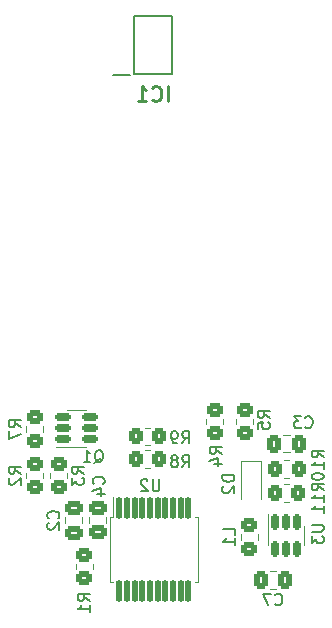
<source format=gbo>
G04 #@! TF.GenerationSoftware,KiCad,Pcbnew,6.0.10*
G04 #@! TF.CreationDate,2023-06-20T13:49:35-05:00*
G04 #@! TF.ProjectId,sensor_sigfox_2,73656e73-6f72-45f7-9369-67666f785f32,rev?*
G04 #@! TF.SameCoordinates,Original*
G04 #@! TF.FileFunction,Legend,Bot*
G04 #@! TF.FilePolarity,Positive*
%FSLAX46Y46*%
G04 Gerber Fmt 4.6, Leading zero omitted, Abs format (unit mm)*
G04 Created by KiCad (PCBNEW 6.0.10) date 2023-06-20 13:49:35*
%MOMM*%
%LPD*%
G01*
G04 APERTURE LIST*
G04 Aperture macros list*
%AMRoundRect*
0 Rectangle with rounded corners*
0 $1 Rounding radius*
0 $2 $3 $4 $5 $6 $7 $8 $9 X,Y pos of 4 corners*
0 Add a 4 corners polygon primitive as box body*
4,1,4,$2,$3,$4,$5,$6,$7,$8,$9,$2,$3,0*
0 Add four circle primitives for the rounded corners*
1,1,$1+$1,$2,$3*
1,1,$1+$1,$4,$5*
1,1,$1+$1,$6,$7*
1,1,$1+$1,$8,$9*
0 Add four rect primitives between the rounded corners*
20,1,$1+$1,$2,$3,$4,$5,0*
20,1,$1+$1,$4,$5,$6,$7,0*
20,1,$1+$1,$6,$7,$8,$9,0*
20,1,$1+$1,$8,$9,$2,$3,0*%
G04 Aperture macros list end*
%ADD10C,0.150000*%
%ADD11C,0.254000*%
%ADD12C,0.120000*%
%ADD13C,0.200000*%
%ADD14R,1.700000X1.700000*%
%ADD15O,1.700000X1.700000*%
%ADD16R,1.000000X1.000000*%
%ADD17RoundRect,0.150000X-0.150000X0.512500X-0.150000X-0.512500X0.150000X-0.512500X0.150000X0.512500X0*%
%ADD18RoundRect,0.250000X-0.450000X0.350000X-0.450000X-0.350000X0.450000X-0.350000X0.450000X0.350000X0*%
%ADD19RoundRect,0.250000X-0.350000X-0.450000X0.350000X-0.450000X0.350000X0.450000X-0.350000X0.450000X0*%
%ADD20RoundRect,0.250000X0.350000X0.450000X-0.350000X0.450000X-0.350000X-0.450000X0.350000X-0.450000X0*%
%ADD21R,1.500000X0.650000*%
%ADD22RoundRect,0.150000X-0.512500X-0.150000X0.512500X-0.150000X0.512500X0.150000X-0.512500X0.150000X0*%
%ADD23RoundRect,0.250000X-0.337500X-0.475000X0.337500X-0.475000X0.337500X0.475000X-0.337500X0.475000X0*%
%ADD24RoundRect,0.250000X-0.475000X0.337500X-0.475000X-0.337500X0.475000X-0.337500X0.475000X0.337500X0*%
%ADD25RoundRect,0.250000X0.337500X0.475000X-0.337500X0.475000X-0.337500X-0.475000X0.337500X-0.475000X0*%
%ADD26RoundRect,0.250000X0.450000X-0.350000X0.450000X0.350000X-0.450000X0.350000X-0.450000X-0.350000X0*%
%ADD27RoundRect,0.125000X-0.125000X0.825000X-0.125000X-0.825000X0.125000X-0.825000X0.125000X0.825000X0*%
%ADD28RoundRect,0.250000X-0.450000X0.325000X-0.450000X-0.325000X0.450000X-0.325000X0.450000X0.325000X0*%
G04 APERTURE END LIST*
D10*
X133603380Y-75296904D02*
X132603380Y-75296904D01*
X132603380Y-75535000D01*
X132651000Y-75677857D01*
X132746238Y-75773095D01*
X132841476Y-75820714D01*
X133031952Y-75868333D01*
X133174809Y-75868333D01*
X133365285Y-75820714D01*
X133460523Y-75773095D01*
X133555761Y-75677857D01*
X133603380Y-75535000D01*
X133603380Y-75296904D01*
X132698619Y-76249285D02*
X132651000Y-76296904D01*
X132603380Y-76392142D01*
X132603380Y-76630238D01*
X132651000Y-76725476D01*
X132698619Y-76773095D01*
X132793857Y-76820714D01*
X132889095Y-76820714D01*
X133031952Y-76773095D01*
X133603380Y-76201666D01*
X133603380Y-76820714D01*
X140168380Y-79502095D02*
X140977904Y-79502095D01*
X141073142Y-79549714D01*
X141120761Y-79597333D01*
X141168380Y-79692571D01*
X141168380Y-79883047D01*
X141120761Y-79978285D01*
X141073142Y-80025904D01*
X140977904Y-80073523D01*
X140168380Y-80073523D01*
X140168380Y-80454476D02*
X140168380Y-81073523D01*
X140549333Y-80740190D01*
X140549333Y-80883047D01*
X140596952Y-80978285D01*
X140644571Y-81025904D01*
X140739809Y-81073523D01*
X140977904Y-81073523D01*
X141073142Y-81025904D01*
X141120761Y-80978285D01*
X141168380Y-80883047D01*
X141168380Y-80597333D01*
X141120761Y-80502095D01*
X141073142Y-80454476D01*
X115515380Y-75160333D02*
X115039190Y-74827000D01*
X115515380Y-74588904D02*
X114515380Y-74588904D01*
X114515380Y-74969857D01*
X114563000Y-75065095D01*
X114610619Y-75112714D01*
X114705857Y-75160333D01*
X114848714Y-75160333D01*
X114943952Y-75112714D01*
X114991571Y-75065095D01*
X115039190Y-74969857D01*
X115039190Y-74588904D01*
X114610619Y-75541285D02*
X114563000Y-75588904D01*
X114515380Y-75684142D01*
X114515380Y-75922238D01*
X114563000Y-76017476D01*
X114610619Y-76065095D01*
X114705857Y-76112714D01*
X114801095Y-76112714D01*
X114943952Y-76065095D01*
X115515380Y-75493666D01*
X115515380Y-76112714D01*
X129198666Y-72588380D02*
X129532000Y-72112190D01*
X129770095Y-72588380D02*
X129770095Y-71588380D01*
X129389142Y-71588380D01*
X129293904Y-71636000D01*
X129246285Y-71683619D01*
X129198666Y-71778857D01*
X129198666Y-71921714D01*
X129246285Y-72016952D01*
X129293904Y-72064571D01*
X129389142Y-72112190D01*
X129770095Y-72112190D01*
X128722476Y-72588380D02*
X128532000Y-72588380D01*
X128436761Y-72540761D01*
X128389142Y-72493142D01*
X128293904Y-72350285D01*
X128246285Y-72159809D01*
X128246285Y-71778857D01*
X128293904Y-71683619D01*
X128341523Y-71636000D01*
X128436761Y-71588380D01*
X128627238Y-71588380D01*
X128722476Y-71636000D01*
X128770095Y-71683619D01*
X128817714Y-71778857D01*
X128817714Y-72016952D01*
X128770095Y-72112190D01*
X128722476Y-72159809D01*
X128627238Y-72207428D01*
X128436761Y-72207428D01*
X128341523Y-72159809D01*
X128293904Y-72112190D01*
X128246285Y-72016952D01*
X141168380Y-73779142D02*
X140692190Y-73445809D01*
X141168380Y-73207714D02*
X140168380Y-73207714D01*
X140168380Y-73588666D01*
X140216000Y-73683904D01*
X140263619Y-73731523D01*
X140358857Y-73779142D01*
X140501714Y-73779142D01*
X140596952Y-73731523D01*
X140644571Y-73683904D01*
X140692190Y-73588666D01*
X140692190Y-73207714D01*
X141168380Y-74731523D02*
X141168380Y-74160095D01*
X141168380Y-74445809D02*
X140168380Y-74445809D01*
X140311238Y-74350571D01*
X140406476Y-74255333D01*
X140454095Y-74160095D01*
X140168380Y-75350571D02*
X140168380Y-75445809D01*
X140216000Y-75541047D01*
X140263619Y-75588666D01*
X140358857Y-75636285D01*
X140549333Y-75683904D01*
X140787428Y-75683904D01*
X140977904Y-75636285D01*
X141073142Y-75588666D01*
X141120761Y-75541047D01*
X141168380Y-75445809D01*
X141168380Y-75350571D01*
X141120761Y-75255333D01*
X141073142Y-75207714D01*
X140977904Y-75160095D01*
X140787428Y-75112476D01*
X140549333Y-75112476D01*
X140358857Y-75160095D01*
X140263619Y-75207714D01*
X140216000Y-75255333D01*
X140168380Y-75350571D01*
D11*
X127985761Y-43627523D02*
X127985761Y-42357523D01*
X126655285Y-43506571D02*
X126715761Y-43567047D01*
X126897190Y-43627523D01*
X127018142Y-43627523D01*
X127199571Y-43567047D01*
X127320523Y-43446095D01*
X127381000Y-43325142D01*
X127441476Y-43083238D01*
X127441476Y-42901809D01*
X127381000Y-42659904D01*
X127320523Y-42538952D01*
X127199571Y-42418000D01*
X127018142Y-42357523D01*
X126897190Y-42357523D01*
X126715761Y-42418000D01*
X126655285Y-42478476D01*
X125445761Y-43627523D02*
X126171476Y-43627523D01*
X125808619Y-43627523D02*
X125808619Y-42357523D01*
X125929571Y-42538952D01*
X126050523Y-42659904D01*
X126171476Y-42720380D01*
D10*
X121761238Y-74260619D02*
X121856476Y-74213000D01*
X121951714Y-74117761D01*
X122094571Y-73974904D01*
X122189809Y-73927285D01*
X122285047Y-73927285D01*
X122237428Y-74165380D02*
X122332666Y-74117761D01*
X122427904Y-74022523D01*
X122475523Y-73832047D01*
X122475523Y-73498714D01*
X122427904Y-73308238D01*
X122332666Y-73213000D01*
X122237428Y-73165380D01*
X122046952Y-73165380D01*
X121951714Y-73213000D01*
X121856476Y-73308238D01*
X121808857Y-73498714D01*
X121808857Y-73832047D01*
X121856476Y-74022523D01*
X121951714Y-74117761D01*
X122046952Y-74165380D01*
X122237428Y-74165380D01*
X120856476Y-74165380D02*
X121427904Y-74165380D01*
X121142190Y-74165380D02*
X121142190Y-73165380D01*
X121237428Y-73308238D01*
X121332666Y-73403476D01*
X121427904Y-73451095D01*
X137051166Y-86220142D02*
X137098785Y-86267761D01*
X137241642Y-86315380D01*
X137336880Y-86315380D01*
X137479738Y-86267761D01*
X137574976Y-86172523D01*
X137622595Y-86077285D01*
X137670214Y-85886809D01*
X137670214Y-85743952D01*
X137622595Y-85553476D01*
X137574976Y-85458238D01*
X137479738Y-85363000D01*
X137336880Y-85315380D01*
X137241642Y-85315380D01*
X137098785Y-85363000D01*
X137051166Y-85410619D01*
X136717833Y-85315380D02*
X136051166Y-85315380D01*
X136479738Y-86315380D01*
X122531142Y-76033333D02*
X122578761Y-75985714D01*
X122626380Y-75842857D01*
X122626380Y-75747619D01*
X122578761Y-75604761D01*
X122483523Y-75509523D01*
X122388285Y-75461904D01*
X122197809Y-75414285D01*
X122054952Y-75414285D01*
X121864476Y-75461904D01*
X121769238Y-75509523D01*
X121674000Y-75604761D01*
X121626380Y-75747619D01*
X121626380Y-75842857D01*
X121674000Y-75985714D01*
X121721619Y-76033333D01*
X121959714Y-76890476D02*
X122626380Y-76890476D01*
X121578761Y-76652380D02*
X122293047Y-76414285D01*
X122293047Y-77033333D01*
X139612666Y-71223142D02*
X139660285Y-71270761D01*
X139803142Y-71318380D01*
X139898380Y-71318380D01*
X140041238Y-71270761D01*
X140136476Y-71175523D01*
X140184095Y-71080285D01*
X140231714Y-70889809D01*
X140231714Y-70746952D01*
X140184095Y-70556476D01*
X140136476Y-70461238D01*
X140041238Y-70366000D01*
X139898380Y-70318380D01*
X139803142Y-70318380D01*
X139660285Y-70366000D01*
X139612666Y-70413619D01*
X139279333Y-70318380D02*
X138660285Y-70318380D01*
X138993619Y-70699333D01*
X138850761Y-70699333D01*
X138755523Y-70746952D01*
X138707904Y-70794571D01*
X138660285Y-70889809D01*
X138660285Y-71127904D01*
X138707904Y-71223142D01*
X138755523Y-71270761D01*
X138850761Y-71318380D01*
X139136476Y-71318380D01*
X139231714Y-71270761D01*
X139279333Y-71223142D01*
X121356380Y-85939333D02*
X120880190Y-85606000D01*
X121356380Y-85367904D02*
X120356380Y-85367904D01*
X120356380Y-85748857D01*
X120404000Y-85844095D01*
X120451619Y-85891714D01*
X120546857Y-85939333D01*
X120689714Y-85939333D01*
X120784952Y-85891714D01*
X120832571Y-85844095D01*
X120880190Y-85748857D01*
X120880190Y-85367904D01*
X121356380Y-86891714D02*
X121356380Y-86320285D01*
X121356380Y-86606000D02*
X120356380Y-86606000D01*
X120499238Y-86510761D01*
X120594476Y-86415523D01*
X120642095Y-86320285D01*
X129198666Y-74620380D02*
X129532000Y-74144190D01*
X129770095Y-74620380D02*
X129770095Y-73620380D01*
X129389142Y-73620380D01*
X129293904Y-73668000D01*
X129246285Y-73715619D01*
X129198666Y-73810857D01*
X129198666Y-73953714D01*
X129246285Y-74048952D01*
X129293904Y-74096571D01*
X129389142Y-74144190D01*
X129770095Y-74144190D01*
X128627238Y-74048952D02*
X128722476Y-74001333D01*
X128770095Y-73953714D01*
X128817714Y-73858476D01*
X128817714Y-73810857D01*
X128770095Y-73715619D01*
X128722476Y-73668000D01*
X128627238Y-73620380D01*
X128436761Y-73620380D01*
X128341523Y-73668000D01*
X128293904Y-73715619D01*
X128246285Y-73810857D01*
X128246285Y-73858476D01*
X128293904Y-73953714D01*
X128341523Y-74001333D01*
X128436761Y-74048952D01*
X128627238Y-74048952D01*
X128722476Y-74096571D01*
X128770095Y-74144190D01*
X128817714Y-74239428D01*
X128817714Y-74429904D01*
X128770095Y-74525142D01*
X128722476Y-74572761D01*
X128627238Y-74620380D01*
X128436761Y-74620380D01*
X128341523Y-74572761D01*
X128293904Y-74525142D01*
X128246285Y-74429904D01*
X128246285Y-74239428D01*
X128293904Y-74144190D01*
X128341523Y-74096571D01*
X128436761Y-74048952D01*
X136596380Y-70445333D02*
X136120190Y-70112000D01*
X136596380Y-69873904D02*
X135596380Y-69873904D01*
X135596380Y-70254857D01*
X135644000Y-70350095D01*
X135691619Y-70397714D01*
X135786857Y-70445333D01*
X135929714Y-70445333D01*
X136024952Y-70397714D01*
X136072571Y-70350095D01*
X136120190Y-70254857D01*
X136120190Y-69873904D01*
X135596380Y-71350095D02*
X135596380Y-70873904D01*
X136072571Y-70826285D01*
X136024952Y-70873904D01*
X135977333Y-70969142D01*
X135977333Y-71207238D01*
X136024952Y-71302476D01*
X136072571Y-71350095D01*
X136167809Y-71397714D01*
X136405904Y-71397714D01*
X136501142Y-71350095D01*
X136548761Y-71302476D01*
X136596380Y-71207238D01*
X136596380Y-70969142D01*
X136548761Y-70873904D01*
X136501142Y-70826285D01*
X120847380Y-75160333D02*
X120371190Y-74827000D01*
X120847380Y-74588904D02*
X119847380Y-74588904D01*
X119847380Y-74969857D01*
X119895000Y-75065095D01*
X119942619Y-75112714D01*
X120037857Y-75160333D01*
X120180714Y-75160333D01*
X120275952Y-75112714D01*
X120323571Y-75065095D01*
X120371190Y-74969857D01*
X120371190Y-74588904D01*
X119847380Y-75493666D02*
X119847380Y-76112714D01*
X120228333Y-75779380D01*
X120228333Y-75922238D01*
X120275952Y-76017476D01*
X120323571Y-76065095D01*
X120418809Y-76112714D01*
X120656904Y-76112714D01*
X120752142Y-76065095D01*
X120799761Y-76017476D01*
X120847380Y-75922238D01*
X120847380Y-75636523D01*
X120799761Y-75541285D01*
X120752142Y-75493666D01*
X115514380Y-71223333D02*
X115038190Y-70890000D01*
X115514380Y-70651904D02*
X114514380Y-70651904D01*
X114514380Y-71032857D01*
X114562000Y-71128095D01*
X114609619Y-71175714D01*
X114704857Y-71223333D01*
X114847714Y-71223333D01*
X114942952Y-71175714D01*
X114990571Y-71128095D01*
X115038190Y-71032857D01*
X115038190Y-70651904D01*
X114514380Y-71556666D02*
X114514380Y-72223333D01*
X115514380Y-71794761D01*
X132532380Y-73493333D02*
X132056190Y-73160000D01*
X132532380Y-72921904D02*
X131532380Y-72921904D01*
X131532380Y-73302857D01*
X131580000Y-73398095D01*
X131627619Y-73445714D01*
X131722857Y-73493333D01*
X131865714Y-73493333D01*
X131960952Y-73445714D01*
X132008571Y-73398095D01*
X132056190Y-73302857D01*
X132056190Y-72921904D01*
X131865714Y-74350476D02*
X132532380Y-74350476D01*
X131484761Y-74112380D02*
X132199047Y-73874285D01*
X132199047Y-74493333D01*
X127253904Y-75652380D02*
X127253904Y-76461904D01*
X127206285Y-76557142D01*
X127158666Y-76604761D01*
X127063428Y-76652380D01*
X126872952Y-76652380D01*
X126777714Y-76604761D01*
X126730095Y-76557142D01*
X126682476Y-76461904D01*
X126682476Y-75652380D01*
X126253904Y-75747619D02*
X126206285Y-75700000D01*
X126111047Y-75652380D01*
X125872952Y-75652380D01*
X125777714Y-75700000D01*
X125730095Y-75747619D01*
X125682476Y-75842857D01*
X125682476Y-75938095D01*
X125730095Y-76080952D01*
X126301523Y-76652380D01*
X125682476Y-76652380D01*
X133676380Y-80342333D02*
X133676380Y-79866142D01*
X132676380Y-79866142D01*
X133676380Y-81199476D02*
X133676380Y-80628047D01*
X133676380Y-80913761D02*
X132676380Y-80913761D01*
X132819238Y-80818523D01*
X132914476Y-80723285D01*
X132962095Y-80628047D01*
X141168380Y-76573142D02*
X140692190Y-76239809D01*
X141168380Y-76001714D02*
X140168380Y-76001714D01*
X140168380Y-76382666D01*
X140216000Y-76477904D01*
X140263619Y-76525523D01*
X140358857Y-76573142D01*
X140501714Y-76573142D01*
X140596952Y-76525523D01*
X140644571Y-76477904D01*
X140692190Y-76382666D01*
X140692190Y-76001714D01*
X141168380Y-77525523D02*
X141168380Y-76954095D01*
X141168380Y-77239809D02*
X140168380Y-77239809D01*
X140311238Y-77144571D01*
X140406476Y-77049333D01*
X140454095Y-76954095D01*
X141168380Y-78477904D02*
X141168380Y-77906476D01*
X141168380Y-78192190D02*
X140168380Y-78192190D01*
X140311238Y-78096952D01*
X140406476Y-78001714D01*
X140454095Y-77906476D01*
X118692142Y-78954333D02*
X118739761Y-78906714D01*
X118787380Y-78763857D01*
X118787380Y-78668619D01*
X118739761Y-78525761D01*
X118644523Y-78430523D01*
X118549285Y-78382904D01*
X118358809Y-78335285D01*
X118215952Y-78335285D01*
X118025476Y-78382904D01*
X117930238Y-78430523D01*
X117835000Y-78525761D01*
X117787380Y-78668619D01*
X117787380Y-78763857D01*
X117835000Y-78906714D01*
X117882619Y-78954333D01*
X117882619Y-79335285D02*
X117835000Y-79382904D01*
X117787380Y-79478142D01*
X117787380Y-79716238D01*
X117835000Y-79811476D01*
X117882619Y-79859095D01*
X117977857Y-79906714D01*
X118073095Y-79906714D01*
X118215952Y-79859095D01*
X118787380Y-79287666D01*
X118787380Y-79906714D01*
D12*
X134151000Y-74135000D02*
X135851000Y-74135000D01*
X135851000Y-74135000D02*
X135851000Y-77285000D01*
X134151000Y-74135000D02*
X134151000Y-77285000D01*
X136423000Y-80367500D02*
X136423000Y-78567500D01*
X136423000Y-80367500D02*
X136423000Y-81167500D01*
X139543000Y-80367500D02*
X139543000Y-79567500D01*
X139543000Y-80367500D02*
X139543000Y-81167500D01*
X115978000Y-75099936D02*
X115978000Y-75554064D01*
X117448000Y-75099936D02*
X117448000Y-75554064D01*
X126026936Y-72744000D02*
X126481064Y-72744000D01*
X126026936Y-71274000D02*
X126481064Y-71274000D01*
X138276064Y-75520000D02*
X137821936Y-75520000D01*
X138276064Y-74050000D02*
X137821936Y-74050000D01*
D13*
X125146000Y-36412000D02*
X125146000Y-41312000D01*
X128346000Y-36412000D02*
X125146000Y-36412000D01*
X128346000Y-41312000D02*
X128346000Y-36412000D01*
X125146000Y-41312000D02*
X128346000Y-41312000D01*
X123296000Y-41442000D02*
X124796000Y-41442000D01*
D12*
X120274500Y-72873000D02*
X118474500Y-72873000D01*
X120274500Y-72873000D02*
X121074500Y-72873000D01*
X120274500Y-69753000D02*
X121074500Y-69753000D01*
X120274500Y-69753000D02*
X119474500Y-69753000D01*
X136623248Y-83448000D02*
X137145752Y-83448000D01*
X136623248Y-84918000D02*
X137145752Y-84918000D01*
X122782000Y-78838248D02*
X122782000Y-79360752D01*
X121312000Y-78838248D02*
X121312000Y-79360752D01*
X138288752Y-71891000D02*
X137766248Y-71891000D01*
X138288752Y-73361000D02*
X137766248Y-73361000D01*
X120169000Y-82814936D02*
X120169000Y-83269064D01*
X121639000Y-82814936D02*
X121639000Y-83269064D01*
X126481064Y-74649000D02*
X126026936Y-74649000D01*
X126481064Y-73179000D02*
X126026936Y-73179000D01*
X135228000Y-70982064D02*
X135228000Y-70527936D01*
X133758000Y-70982064D02*
X133758000Y-70527936D01*
X119480000Y-75554064D02*
X119480000Y-75099936D01*
X118010000Y-75554064D02*
X118010000Y-75099936D01*
X117448000Y-71617064D02*
X117448000Y-71162936D01*
X115978000Y-71617064D02*
X115978000Y-71162936D01*
X132688000Y-70982064D02*
X132688000Y-70527936D01*
X131218000Y-70982064D02*
X131218000Y-70527936D01*
X123092000Y-84350000D02*
X123367000Y-84350000D01*
X130512000Y-81590000D02*
X130512000Y-78830000D01*
X130512000Y-81590000D02*
X130512000Y-84350000D01*
X123092000Y-81590000D02*
X123092000Y-84350000D01*
X123367000Y-78830000D02*
X123367000Y-77140000D01*
X130512000Y-78830000D02*
X130237000Y-78830000D01*
X123092000Y-78830000D02*
X123367000Y-78830000D01*
X130512000Y-84350000D02*
X130237000Y-84350000D01*
X123092000Y-81590000D02*
X123092000Y-78830000D01*
X135584000Y-80247748D02*
X135584000Y-80770252D01*
X134164000Y-80247748D02*
X134164000Y-80770252D01*
X137805936Y-76082000D02*
X138260064Y-76082000D01*
X137805936Y-77552000D02*
X138260064Y-77552000D01*
X119280000Y-78859748D02*
X119280000Y-79382252D01*
X120750000Y-78859748D02*
X120750000Y-79382252D01*
%LPC*%
D14*
X126746000Y-89662000D03*
D15*
X124206000Y-89662000D03*
X121666000Y-89662000D03*
D14*
X117856000Y-89662000D03*
D15*
X117856000Y-87122000D03*
D16*
X135001000Y-74785000D03*
X135001000Y-77285000D03*
D17*
X137033000Y-79230000D03*
X137983000Y-79230000D03*
X138933000Y-79230000D03*
X138933000Y-81505000D03*
X137983000Y-81505000D03*
X137033000Y-81505000D03*
D18*
X116713000Y-74327000D03*
X116713000Y-76327000D03*
D19*
X125254000Y-72009000D03*
X127254000Y-72009000D03*
D20*
X139049000Y-74785000D03*
X137049000Y-74785000D03*
D21*
X124046000Y-40767000D03*
X124046000Y-39497000D03*
X124046000Y-38227000D03*
X124046000Y-36957000D03*
X129446000Y-36957000D03*
X129446000Y-38227000D03*
X129446000Y-39497000D03*
X129446000Y-40767000D03*
D22*
X119137000Y-72263000D03*
X119137000Y-71313000D03*
X119137000Y-70363000D03*
X121412000Y-70363000D03*
X121412000Y-71313000D03*
X121412000Y-72263000D03*
D23*
X135847000Y-84183000D03*
X137922000Y-84183000D03*
D24*
X122047000Y-78062000D03*
X122047000Y-80137000D03*
D25*
X139065000Y-72626000D03*
X136990000Y-72626000D03*
D18*
X120904000Y-82042000D03*
X120904000Y-84042000D03*
D20*
X127254000Y-73914000D03*
X125254000Y-73914000D03*
D26*
X134493000Y-71755000D03*
X134493000Y-69755000D03*
X118745000Y-76327000D03*
X118745000Y-74327000D03*
X116713000Y-72390000D03*
X116713000Y-70390000D03*
X131953000Y-71755000D03*
X131953000Y-69755000D03*
D27*
X123877000Y-78090000D03*
X124527000Y-78090000D03*
X125177000Y-78090000D03*
X125827000Y-78090000D03*
X126477000Y-78090000D03*
X127127000Y-78090000D03*
X127777000Y-78090000D03*
X128427000Y-78090000D03*
X129077000Y-78090000D03*
X129727000Y-78090000D03*
X129727000Y-85090000D03*
X129077000Y-85090000D03*
X128427000Y-85090000D03*
X127777000Y-85090000D03*
X127127000Y-85090000D03*
X126477000Y-85090000D03*
X125827000Y-85090000D03*
X125177000Y-85090000D03*
X124527000Y-85090000D03*
X123877000Y-85090000D03*
D28*
X134874000Y-79484000D03*
X134874000Y-81534000D03*
D19*
X137033000Y-76817000D03*
X139033000Y-76817000D03*
D24*
X120015000Y-78083500D03*
X120015000Y-80158500D03*
M02*

</source>
